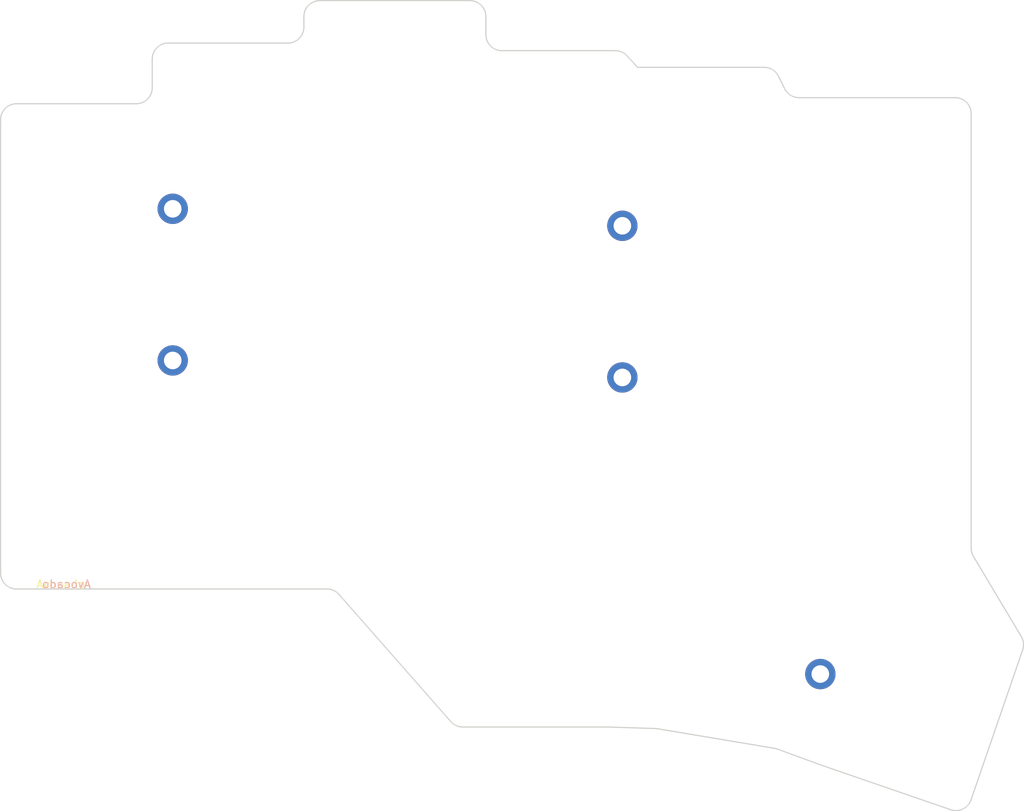
<source format=kicad_pcb>
(kicad_pcb (version 20240108) (generator "pcbnew") (generator_version "8.0")
  (layers (0 "F.Cu" signal) (31 "B.Cu" signal) (34 "B.Paste" user) (35 "F.Paste" user) (36 "B.SilkS" user "B.Silkscreen") (37 "F.SilkS" user "F.Silkscreen") (38 "B.Mask" user) (39 "F.Mask" user) (44 "Edge.Cuts" user))
  (net 0 "")
  (footprint "mounting_hole" (layer "F.Cu") (at 36.566667 41.266667)
    (property "Reference" "H1" (hide yes))
    (property "Value" "")
    (pad "" thru_hole circle (at 0 0 180) (size 3.8 3.8) (drill 2.2) (layers "*.Cu" "*.Mask"))
  )
  (footprint "mounting_hole" (layer "F.Cu") (at 92.9 62.395)
    (property "Reference" "H4" (hide yes))
    (property "Value" "")
    (pad "" thru_hole circle (at 0 0 180) (size 3.8 3.8) (drill 2.2) (layers "*.Cu" "*.Mask"))
  )
  (footprint "mounting_hole" (layer "F.Cu") (at 117.702667 99.55663 -14.25)
    (property "Reference" "H5" (hide yes))
    (property "Value" "")
    (pad "" thru_hole circle (at 0 0 180) (size 3.8 3.8) (drill 2.2) (layers "*.Cu" "*.Mask"))
  )
  (footprint "mounting_hole" (layer "F.Cu") (at 92.9 43.395)
    (property "Reference" "H3" (hide yes))
    (property "Value" "")
    (pad "" thru_hole circle (at 0 0 180) (size 3.8 3.8) (drill 2.2) (layers "*.Cu" "*.Mask"))
  )
  (footprint "mounting_hole" (layer "F.Cu") (at 36.566667 60.266667)
    (property "Reference" "H2" (hide yes))
    (property "Value" "")
    (pad "" thru_hole circle (at 0 0 180) (size 3.8 3.8) (drill 2.2) (layers "*.Cu" "*.Mask"))
  )
  (gr_line (start 143.053009 96.527645) (end 136.583806 115.315574) (stroke (width 0.15)) (layer "Edge.Cuts"))
  (gr_line (start 117.950024 111.014309) (end 112.328336 108.958684) (stroke (width 0.15)) (layer "Edge.Cuts"))
  (gr_line (start 134.041633 116.555474) (end 117.985729 111.026983) (stroke (width 0.15)) (layer "Edge.Cuts"))
  (gr_arc (start 142.878941 94.850829) (mid 143.151282 95.670001) (end 143.053009 96.527645) (stroke (width 0.15)) (layer "Edge.Cuts"))
  (gr_line (start 15 86.9) (end 15 30.1) (stroke (width 0.15)) (layer "Edge.Cuts"))
  (gr_arc (start 136.583806 115.315573) (mid 135.569511 116.462025) (end 134.041633 116.555474) (stroke (width 0.15)) (layer "Edge.Cuts"))
  (gr_arc (start 73.8 15.18) (mid 75.214214 15.765786) (end 75.8 17.18) (stroke (width 0.15)) (layer "Edge.Cuts"))
  (gr_arc (start 34 22.5) (mid 34.585786 21.085786) (end 36 20.5) (stroke (width 0.15)) (layer "Edge.Cuts"))
  (gr_line (start 111.97159 108.864476) (end 97.295106 106.408475) (stroke (width 0.15)) (layer "Edge.Cuts"))
  (gr_line (start 53 18.5) (end 53 17.18) (stroke (width 0.15)) (layer "Edge.Cuts"))
  (gr_arc (start 17 88.9) (mid 15.585786 88.314214) (end 15 86.9) (stroke (width 0.15)) (layer "Edge.Cuts"))
  (gr_arc (start 15 30.1) (mid 15.585786 28.685786) (end 17 28.1) (stroke (width 0.15)) (layer "Edge.Cuts"))
  (gr_arc (start 134.6 27.34) (mid 136.014214 27.925786) (end 136.6 29.34) (stroke (width 0.15)) (layer "Edge.Cuts"))
  (gr_line (start 136.883031 84.813789) (end 142.878941 94.850828) (stroke (width 0.15)) (layer "Edge.Cuts"))
  (gr_line (start 93.49514 22.104654) (end 94.8 23.54) (stroke (width 0.15)) (layer "Edge.Cuts"))
  (gr_arc (start 97.028694 106.38206) (mid 97.162343 106.390805) (end 97.295106 106.408475) (stroke (width 0.15)) (layer "Edge.Cuts"))
  (gr_line (start 90.968149 106.19) (end 72.904729 106.19) (stroke (width 0.15)) (layer "Edge.Cuts"))
  (gr_arc (start 90.968149 106.19) (mid 90.999995 106.190254) (end 91.031832 106.191014) (stroke (width 0.15)) (layer "Edge.Cuts"))
  (gr_line (start 34 26.1) (end 34 22.5) (stroke (width 0.15)) (layer "Edge.Cuts"))
  (gr_arc (start 53 18.5) (mid 52.414214 19.914214) (end 51 20.5) (stroke (width 0.15)) (layer "Edge.Cuts"))
  (gr_line (start 75.8 17.18) (end 75.8 19.45) (stroke (width 0.15)) (layer "Edge.Cuts"))
  (gr_arc (start 53 17.18) (mid 53.585786 15.765786) (end 55 15.18) (stroke (width 0.15)) (layer "Edge.Cuts"))
  (gr_arc (start 55.895271 88.9) (mid 56.719582 89.077773) (end 57.397353 89.579489) (stroke (width 0.15)) (layer "Edge.Cuts"))
  (gr_line (start 112.452786 24.645573) (end 113.247214 26.234427) (stroke (width 0.15)) (layer "Edge.Cuts"))
  (gr_line (start 55 15.18) (end 73.8 15.18) (stroke (width 0.15)) (layer "Edge.Cuts"))
  (gr_line (start 115.036068 27.34) (end 134.6 27.34) (stroke (width 0.15)) (layer "Edge.Cuts"))
  (gr_line (start 97.028694 106.382061) (end 91.031832 106.191014) (stroke (width 0.15)) (layer "Edge.Cuts"))
  (gr_arc (start 136.883031 84.813789) (mid 136.672055 84.320116) (end 136.6 83.788109) (stroke (width 0.15)) (layer "Edge.Cuts"))
  (gr_line (start 71.402647 105.510511) (end 57.397353 89.579489) (stroke (width 0.15)) (layer "Edge.Cuts"))
  (gr_line (start 17 28.1) (end 32 28.1) (stroke (width 0.15)) (layer "Edge.Cuts"))
  (gr_line (start 17 88.9) (end 55.895271 88.9) (stroke (width 0.15)) (layer "Edge.Cuts"))
  (gr_line (start 136.6 29.34) (end 136.6 83.788109) (stroke (width 0.15)) (layer "Edge.Cuts"))
  (gr_line (start 94.8 23.54) (end 110.663932 23.54) (stroke (width 0.15)) (layer "Edge.Cuts"))
  (gr_arc (start 72.904729 106.19) (mid 72.080418 106.012227) (end 71.402647 105.510511) (stroke (width 0.15)) (layer "Edge.Cuts"))
  (gr_arc (start 34 26.1) (mid 33.414214 27.514214) (end 32 28.1) (stroke (width 0.15)) (layer "Edge.Cuts"))
  (gr_line (start 36 20.5) (end 51 20.5) (stroke (width 0.15)) (layer "Edge.Cuts"))
  (gr_arc (start 110.663932 23.54) (mid 111.715394 23.838698) (end 112.452786 24.645573) (stroke (width 0.15)) (layer "Edge.Cuts"))
  (gr_arc (start 77.8 21.45) (mid 76.385786 20.864214) (end 75.8 19.45) (stroke (width 0.15)) (layer "Edge.Cuts"))
  (gr_arc (start 111.971589 108.864476) (mid 112.15214 108.903336) (end 112.328336 108.958684) (stroke (width 0.15)) (layer "Edge.Cuts"))
  (gr_arc (start 117.98573 111.026983) (mid 117.967847 111.020731) (end 117.950024 111.014309) (stroke (width 0.15)) (layer "Edge.Cuts"))
  (gr_arc (start 115.036068 27.34) (mid 113.984606 27.041302) (end 113.247214 26.234427) (stroke (width 0.15)) (layer "Edge.Cuts"))
  (gr_arc (start 92.01526 21.45) (mid 92.824367 21.620971) (end 93.49514 22.104654) (stroke (width 0.15)) (layer "Edge.Cuts"))
  (gr_line (start 77.8 21.45) (end 92.01526 21.45) (stroke (width 0.15)) (layer "Edge.Cuts"))
  (gr_text "Avocado" (at 26.4 88.3 0) (layer "B.SilkS") (effects (font (size 1 1)) (justify left mirror)))
  (gr_text "Avocado" (at 19.4 88.3 0) (layer "F.SilkS") (effects (font (size 1 1)) (justify left)))
)
</source>
